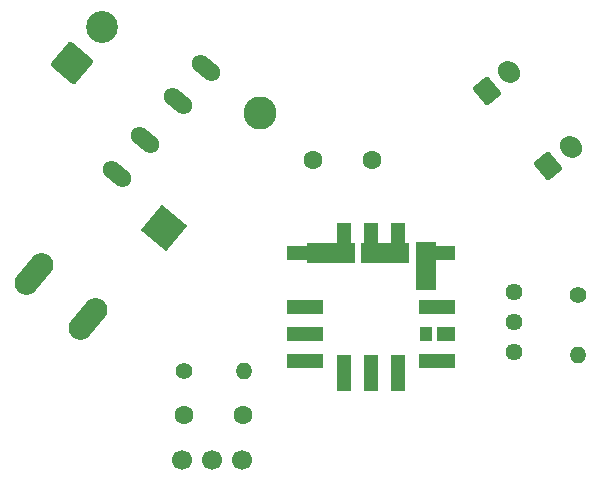
<source format=gbr>
%TF.GenerationSoftware,KiCad,Pcbnew,(6.0.11)*%
%TF.CreationDate,2023-10-13T17:04:58+09:00*%
%TF.ProjectId,power_supply_board,706f7765-725f-4737-9570-706c795f626f,rev?*%
%TF.SameCoordinates,Original*%
%TF.FileFunction,Soldermask,Top*%
%TF.FilePolarity,Negative*%
%FSLAX46Y46*%
G04 Gerber Fmt 4.6, Leading zero omitted, Abs format (unit mm)*
G04 Created by KiCad (PCBNEW (6.0.11)) date 2023-10-13 17:04:58*
%MOMM*%
%LPD*%
G01*
G04 APERTURE LIST*
G04 Aperture macros list*
%AMRoundRect*
0 Rectangle with rounded corners*
0 $1 Rounding radius*
0 $2 $3 $4 $5 $6 $7 $8 $9 X,Y pos of 4 corners*
0 Add a 4 corners polygon primitive as box body*
4,1,4,$2,$3,$4,$5,$6,$7,$8,$9,$2,$3,0*
0 Add four circle primitives for the rounded corners*
1,1,$1+$1,$2,$3*
1,1,$1+$1,$4,$5*
1,1,$1+$1,$6,$7*
1,1,$1+$1,$8,$9*
0 Add four rect primitives between the rounded corners*
20,1,$1+$1,$2,$3,$4,$5,0*
20,1,$1+$1,$4,$5,$6,$7,0*
20,1,$1+$1,$6,$7,$8,$9,0*
20,1,$1+$1,$8,$9,$2,$3,0*%
%AMHorizOval*
0 Thick line with rounded ends*
0 $1 width*
0 $2 $3 position (X,Y) of the first rounded end (center of the circle)*
0 $4 $5 position (X,Y) of the second rounded end (center of the circle)*
0 Add line between two ends*
20,1,$1,$2,$3,$4,$5,0*
0 Add two circle primitives to create the rounded ends*
1,1,$1,$2,$3*
1,1,$1,$4,$5*%
%AMRotRect*
0 Rectangle, with rotation*
0 The origin of the aperture is its center*
0 $1 length*
0 $2 width*
0 $3 Rotation angle, in degrees counterclockwise*
0 Add horizontal line*
21,1,$1,$2,0,0,$3*%
%AMOutline4P*
0 Free polygon, 4 corners , with rotation*
0 The origin of the aperture is its center*
0 number of corners: always 4*
0 $1 to $8 corner X, Y*
0 $9 Rotation angle, in degrees counterclockwise*
0 create outline with 4 corners*
4,1,4,$1,$2,$3,$4,$5,$6,$7,$8,$1,$2,$9*%
G04 Aperture macros list end*
%ADD10C,1.400000*%
%ADD11O,1.400000X1.400000*%
%ADD12HorizOval,2.000000X-0.642788X-0.766044X0.642788X0.766044X0*%
%ADD13C,1.600000*%
%ADD14RoundRect,0.250000X0.022464X-0.960206X0.941717X-0.188861X-0.022464X0.960206X-0.941717X0.188861X0*%
%ADD15HorizOval,1.700000X-0.096418X0.114907X0.096418X-0.114907X0*%
%ADD16HorizOval,1.500000X-0.459627X0.385673X0.459627X-0.385673X0*%
%ADD17RotRect,2.800000X2.800000X50.000000*%
%ADD18HorizOval,2.800000X0.000000X0.000000X0.000000X0.000000X0*%
%ADD19Outline4P,-1.500000X-0.600000X1.500000X-0.600000X1.500000X0.600000X-1.500000X0.600000X0.000000*%
%ADD20Outline4P,-2.035000X-0.885000X2.035000X-0.885000X2.035000X0.885000X-2.035000X0.885000X0.000000*%
%ADD21Outline4P,-0.600000X-1.500000X0.600000X-1.500000X0.600000X1.500000X-0.600000X1.500000X0.000000*%
%ADD22Outline4P,-0.885000X-2.035000X0.885000X-2.035000X0.885000X2.035000X-0.885000X2.035000X0.000000*%
%ADD23Outline4P,-0.750000X-0.600000X0.750000X-0.600000X0.750000X0.600000X-0.750000X0.600000X0.000000*%
%ADD24Outline4P,-0.500000X-0.600000X0.500000X-0.600000X0.500000X0.600000X-0.500000X0.600000X0.000000*%
%ADD25C,1.700000*%
%ADD26C,1.440000*%
%ADD27RoundRect,0.250001X0.135582X-1.549714X1.549714X0.135582X-0.135582X1.549714X-1.549714X-0.135582X0*%
%ADD28C,2.700000*%
G04 APERTURE END LIST*
D10*
%TO.C,R1*%
X126238000Y-103124000D03*
D11*
X131318000Y-103124000D03*
%TD*%
D12*
%TO.C,SW2*%
X113538000Y-94869000D03*
X118134267Y-98725726D03*
%TD*%
D13*
%TO.C,C1*%
X126278000Y-106807000D03*
X131278000Y-106807000D03*
%TD*%
D14*
%TO.C,J1*%
X151892000Y-79375000D03*
D15*
X153807111Y-77768031D03*
%TD*%
D16*
%TO.C,F1*%
X122951008Y-83561996D03*
X120572693Y-86396361D03*
X128093308Y-77433641D03*
X125714994Y-80268005D03*
%TD*%
D17*
%TO.C,D1*%
X124569299Y-90970383D03*
D18*
X132732702Y-81241619D03*
%TD*%
D19*
%TO.C,U1*%
X136513000Y-97663000D03*
X136513000Y-93083000D03*
D20*
X138678000Y-93083000D03*
D21*
X139823000Y-92063000D03*
X144403000Y-92063000D03*
X142113000Y-92063000D03*
D20*
X143258000Y-93083000D03*
D19*
X147713000Y-93083000D03*
D22*
X146713000Y-94228000D03*
D19*
X147713000Y-97663000D03*
X147713000Y-102243000D03*
D21*
X142113000Y-103263000D03*
X139823000Y-103263000D03*
D19*
X136513000Y-102243000D03*
X136513000Y-99953000D03*
D23*
X148463000Y-99953000D03*
D21*
X144403000Y-103263000D03*
D24*
X146713000Y-99953000D03*
%TD*%
D14*
%TO.C,J2*%
X157073981Y-85745311D03*
D15*
X158989092Y-84138342D03*
%TD*%
D13*
%TO.C,C2*%
X142200000Y-85217000D03*
X137200000Y-85217000D03*
%TD*%
D25*
%TO.C,SW1*%
X131191000Y-110663000D03*
X126111000Y-110663000D03*
X128651000Y-110663000D03*
%TD*%
D10*
%TO.C,R2*%
X159639000Y-96647000D03*
D11*
X159639000Y-101727000D03*
%TD*%
D26*
%TO.C,RV1*%
X154178000Y-96383000D03*
X154178000Y-98923000D03*
X154178000Y-101463000D03*
%TD*%
D27*
%TO.C,BT1*%
X116796956Y-76982235D03*
D28*
X119342395Y-73948699D03*
%TD*%
M02*

</source>
